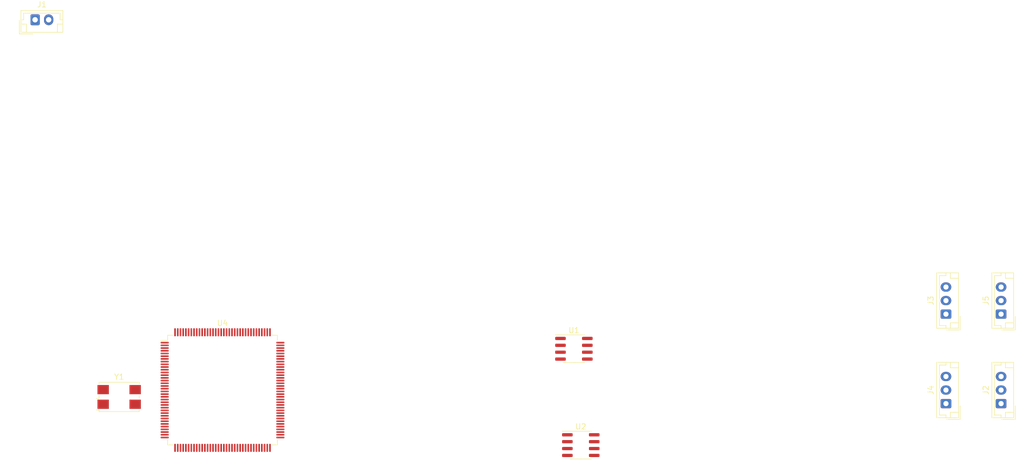
<source format=kicad_pcb>
(kicad_pcb (version 20211014) (generator pcbnew)
  (layers (0 "F.Cu" signal) (31 "B.Cu" signal) (34 "B.Paste" user) (35 "F.Paste" user) (36 "B.SilkS" user "B.Silkscreen") (37 "F.SilkS" user "F.Silkscreen") (38 "B.Mask" user) (39 "F.Mask" user) (44 "Edge.Cuts" user))
  (net 0 "")
  (net 1 "+5V")
  (net 3 "RCC_OSC_IN")
  (net 5 "Net-(R1-Pad1)")
  (net 6 "CAN_1_H")
  (net 7 "CAN_1_L")
  (net 8 "CAN1_RX")
  (net 9 "GND")
  (net 10 "CAN1_TX")
  (net 11 "Net-(R2-Pad1)")
  (net 12 "CAN_2_H")
  (net 13 "CAN_2_L")
  (net 14 "CAN2_RX")
  (net 15 "CAN2_TX")
  (net 31 "RCC_OSC_OUT")
  (net 38 "NRST")
  (footprint "Connector_JST:JST_EH_B3B-EH-A_1x03_P2.50mm_Vertical" (layer "F.Cu") (at 273.05 96.48 90)
    (fp_text reference "J5" (at 2.5 -2.8 90) (layer "F.SilkS"))
    (fp_text value "CAN_2")
    (fp_line (start 7.61 0.81) (end 6.61 0.81) (layer "F.SilkS") (width 0.12))
    (fp_line (start 7.61 -1.71) (end -2.61 -1.71) (layer "F.SilkS") (width 0.12))
    (fp_line (start 7.11 -1.21) (end 7.11 0) (layer "F.SilkS") (width 0.12))
    (fp_line (start 7.61 2.31) (end 7.61 -1.71) (layer "F.SilkS") (width 0.12))
    (fp_line (start 7.11 0) (end 7.61 0) (layer "F.SilkS") (width 0.12))
    (fp_line (start -2.11 -1.21) (end 7.11 -1.21) (layer "F.SilkS") (width 0.12))
    (fp_line (start -2.91 0.11) (end -2.91 2.61) (layer "F.SilkS") (width 0.12))
    (fp_line (start -2.61 2.31) (end 7.61 2.31) (layer "F.SilkS") (width 0.12))
    (fp_line (start -2.91 2.61) (end -0.41 2.61) (layer "F.SilkS") (width 0.12))
    (fp_line (start -2.61 0.81) (end -1.61 0.81) (layer "F.SilkS") (width 0.12))
    (fp_line (start -1.61 0.81) (end -1.61 2.31) (layer "F.SilkS") (width 0.12))
    (fp_line (start -2.61 -1.71) (end -2.61 2.31) (layer "F.SilkS") (width 0.12))
    (fp_line (start 6.61 0.81) (end 6.61 2.31) (layer "F.SilkS") (width 0.12))
    (fp_line (start -2.61 0) (end -2.11 0) (layer "F.SilkS") (width 0.12))
    (fp_line (start -2.11 0) (end -2.11 -1.21) (layer "F.SilkS") (width 0.12))
    (pad "1" thru_hole roundrect (at 0 0 90) (size 1.7 1.95) (drill 0.95) (layers *.Cu *.Mask) (roundrect_rratio 0.147059) (net 12 "CAN_2_H"))
    (pad "2" thru_hole oval (at 2.5 0 90) (size 1.7 1.95) (drill 0.95) (layers *.Cu *.Mask) (net 13 "CAN_2_L"))
    (pad "3" thru_hole oval (at 5 0 90) (size 1.7 1.95) (drill 0.95) (layers *.Cu *.Mask) (net 9 "GND"))
  )
  (footprint "Connector_JST:JST_EH_B3B-EH-A_1x03_P2.50mm_Vertical" (layer "F.Cu") (at 273.05 112.99 90)
    (fp_text reference "J2" (at 2.5 -2.8 90) (layer "F.SilkS"))
    (fp_text value "CAN_1")
    (fp_line (start 7.11 -1.21) (end 7.11 0) (layer "F.SilkS") (width 0.12))
    (fp_line (start -2.61 0) (end -2.11 0) (layer "F.SilkS") (width 0.12))
    (fp_line (start 7.61 -1.71) (end -2.61 -1.71) (layer "F.SilkS") (width 0.12))
    (fp_line (start -2.91 2.61) (end -0.41 2.61) (layer "F.SilkS") (width 0.12))
    (fp_line (start -2.61 -1.71) (end -2.61 2.31) (layer "F.SilkS") (width 0.12))
    (fp_line (start -2.61 0.81) (end -1.61 0.81) (layer "F.SilkS") (width 0.12))
    (fp_line (start -2.11 -1.21) (end 7.11 -1.21) (layer "F.SilkS") (width 0.12))
    (fp_line (start 7.61 2.31) (end 7.61 -1.71) (layer "F.SilkS") (width 0.12))
    (fp_line (start -2.91 0.11) (end -2.91 2.61) (layer "F.SilkS") (width 0.12))
    (fp_line (start 7.61 0.81) (end 6.61 0.81) (layer "F.SilkS") (width 0.12))
    (fp_line (start -2.61 2.31) (end 7.61 2.31) (layer "F.SilkS") (width 0.12))
    (fp_line (start -1.61 0.81) (end -1.61 2.31) (layer "F.SilkS") (width 0.12))
    (fp_line (start 6.61 0.81) (end 6.61 2.31) (layer "F.SilkS") (width 0.12))
    (fp_line (start 7.11 0) (end 7.61 0) (layer "F.SilkS") (width 0.12))
    (fp_line (start -2.11 0) (end -2.11 -1.21) (layer "F.SilkS") (width 0.12))
    (pad "1" thru_hole roundrect (at 0 0 90) (size 1.7 1.95) (drill 0.95) (layers *.Cu *.Mask) (roundrect_rratio 0.147059) (net 6 "CAN_1_H"))
    (pad "2" thru_hole oval (at 2.5 0 90) (size 1.7 1.95) (drill 0.95) (layers *.Cu *.Mask) (net 7 "CAN_1_L"))
    (pad "3" thru_hole oval (at 5 0 90) (size 1.7 1.95) (drill 0.95) (layers *.Cu *.Mask) (net 9 "GND"))
  )
  (footprint "Package_QFP:LQFP-144_20x20mm_P0.5mm" (layer "F.Cu") (at 129.54 110.49)
    (fp_text reference "U4" (at 0 -12.35) (layer "F.SilkS"))
    (fp_text value "STM32F446ZETx")
    (fp_line (start -10.11 10.11) (end -10.11 9.16) (layer "F.SilkS") (width 0.12))
    (fp_line (start -10.11 -10.11) (end -10.11 -9.16) (layer "F.SilkS") (width 0.12))
    (fp_line (start 10.11 -10.11) (end 10.11 -9.16) (layer "F.SilkS") (width 0.12))
    (fp_line (start 10.11 10.11) (end 10.11 9.16) (layer "F.SilkS") (width 0.12))
    (fp_line (start 9.16 -10.11) (end 10.11 -10.11) (layer "F.SilkS") (width 0.12))
    (fp_line (start -10.11 -9.16) (end -11.4 -9.16) (layer "F.SilkS") (width 0.12))
    (fp_line (start 9.16 10.11) (end 10.11 10.11) (layer "F.SilkS") (width 0.12))
    (fp_line (start -9.16 -10.11) (end -10.11 -10.11) (layer "F.SilkS") (width 0.12))
    (fp_line (start -9.16 10.11) (end -10.11 10.11) (layer "F.SilkS") (width 0.12))
    (pad "1" smd roundrect (at -10.6625 -8.75) (size 1.475 0.3) (layers "F.Cu" "F.Paste" "F.Mask"))
    (pad "2" smd roundrect (at -10.6625 -8.25) (size 1.475 0.3) (layers "F.Cu" "F.Paste" "F.Mask"))
    (pad "3" smd roundrect (at -10.6625 -7.75) (size 1.475 0.3) (layers "F.Cu" "F.Paste" "F.Mask"))
    (pad "4" smd roundrect (at -10.6625 -7.25) (size 1.475 0.3) (layers "F.Cu" "F.Paste" "F.Mask"))
    (pad "5" smd roundrect (at -10.6625 -6.75) (size 1.475 0.3) (layers "F.Cu" "F.Paste" "F.Mask"))
    (pad "6" smd roundrect (at -10.6625 -6.25) (size 1.475 0.3) (layers "F.Cu" "F.Paste" "F.Mask"))
    (pad "7" smd roundrect (at -10.6625 -5.75) (size 1.475 0.3) (layers "F.Cu" "F.Paste" "F.Mask"))
    (pad "8" smd roundrect (at -10.6625 -5.25) (size 1.475 0.3) (layers "F.Cu" "F.Paste" "F.Mask"))
    (pad "9" smd roundrect (at -10.6625 -4.75) (size 1.475 0.3) (layers "F.Cu" "F.Paste" "F.Mask"))
    (pad "10" smd roundrect (at -10.6625 -4.25) (size 1.475 0.3) (layers "F.Cu" "F.Paste" "F.Mask"))
    (pad "11" smd roundrect (at -10.6625 -3.75) (size 1.475 0.3) (layers "F.Cu" "F.Paste" "F.Mask"))
    (pad "12" smd roundrect (at -10.6625 -3.25) (size 1.475 0.3) (layers "F.Cu" "F.Paste" "F.Mask"))
    (pad "13" smd roundrect (at -10.6625 -2.75) (size 1.475 0.3) (layers "F.Cu" "F.Paste" "F.Mask"))
    (pad "14" smd roundrect (at -10.6625 -2.25) (size 1.475 0.3) (layers "F.Cu" "F.Paste" "F.Mask"))
    (pad "15" smd roundrect (at -10.6625 -1.75) (size 1.475 0.3) (layers "F.Cu" "F.Paste" "F.Mask"))
    (pad "16" smd roundrect (at -10.6625 -1.25) (size 1.475 0.3) (layers "F.Cu" "F.Paste" "F.Mask") (net 9 "GND"))
    (pad "17" smd roundrect (at -10.6625 -0.75) (size 1.475 0.3) (layers "F.Cu" "F.Paste" "F.Mask"))
    (pad "18" smd roundrect (at -10.6625 -0.25) (size 1.475 0.3) (layers "F.Cu" "F.Paste" "F.Mask"))
    (pad "19" smd roundrect (at -10.6625 0.25) (size 1.475 0.3) (layers "F.Cu" "F.Paste" "F.Mask"))
    (pad "20" smd roundrect (at -10.6625 0.75) (size 1.475 0.3) (layers "F.Cu" "F.Paste" "F.Mask"))
    (pad "21" smd roundrect (at -10.6625 1.25) (size 1.475 0.3) (layers "F.Cu" "F.Paste" "F.Mask"))
    (pad "22" smd roundrect (at -10.6625 1.75) (size 1.475 0.3) (layers "F.Cu" "F.Paste" "F.Mask"))
    (pad "23" smd roundrect (at -10.6625 2.25) (size 1.475 0.3) (layers "F.Cu" "F.Paste" "F.Mask") (net 3 "RCC_OSC_IN"))
    (pad "24" smd roundrect (at -10.6625 2.75) (size 1.475 0.3) (layers "F.Cu" "F.Paste" "F.Mask") (net 31 "RCC_OSC_OUT"))
    (pad "25" smd roundrect (at -10.6625 3.25) (size 1.475 0.3) (layers "F.Cu" "F.Paste" "F.Mask") (net 38 "NRST"))
    (pad "26" smd roundrect (at -10.6625 3.75) (size 1.475 0.3) (layers "F.Cu" "F.Paste" "F.Mask"))
    (pad "27" smd roundrect (at -10.6625 4.25) (size 1.475 0.3) (layers "F.Cu" "F.Paste" "F.Mask"))
    (pad "28" smd roundrect (at -10.6625 4.75) (size 1.475 0.3) (layers "F.Cu" "F.Paste" "F.Mask"))
    (pad "29" smd roundrect (at -10.6625 5.25) (size 1.475 0.3) (layers "F.Cu" "F.Paste" "F.Mask"))
    (pad "30" smd roundrect (at -10.6625 5.75) (size 1.475 0.3) (layers "F.Cu" "F.Paste" "F.Mask"))
    (pad "31" smd roundrect (at -10.6625 6.25) (size 1.475 0.3) (layers "F.Cu" "F.Paste" "F.Mask") (net 9 "GND"))
    (pad "32" smd roundrect (at -10.6625 6.75) (size 1.475 0.3) (layers "F.Cu" "F.Paste" "F.Mask"))
    (pad "33" smd roundrect (at -10.6625 7.25) (size 1.475 0.3) (layers "F.Cu" "F.Paste" "F.Mask"))
    (pad "34" smd roundrect (at -10.6625 7.75) (size 1.475 0.3) (layers "F.Cu" "F.Paste" "F.Mask"))
    (pad "35" smd roundrect (at -10.6625 8.25) (size 1.475 0.3) (layers "F.Cu" "F.Paste" "F.Mask"))
    (pad "36" smd roundrect (at -10.6625 8.75) (size 1.475 0.3) (layers "F.Cu" "F.Paste" "F.Mask"))
    (pad "37" smd roundrect (at -8.75 10.6625) (size 0.3 1.475) (layers "F.Cu" "F.Paste" "F.Mask"))
    (pad "38" smd roundrect (at -8.25 10.6625) (size 0.3 1.475) (layers "F.Cu" "F.Paste" "F.Mask") (net 9 "GND"))
    (pad "39" smd roundrect (at -7.75 10.6625) (size 0.3 1.475) (layers "F.Cu" "F.Paste" "F.Mask"))
    (pad "40" smd roundrect (at -7.25 10.6625) (size 0.3 1.475) (layers "F.Cu" "F.Paste" "F.Mask"))
    (pad "41" smd roundrect (at -6.75 10.6625) (size 0.3 1.475) (layers "F.Cu" "F.Paste" "F.Mask"))
    (pad "42" smd roundrect (at -6.25 10.6625) (size 0.3 1.475) (layers "F.Cu" "F.Paste" "F.Mask"))
    (pad "43" smd roundrect (at -5.75 10.6625) (size 0.3 1.475) (layers "F.Cu" "F.Paste" "F.Mask"))
    (pad "44" smd roundrect (at -5.25 10.6625) (size 0.3 1.475) (layers "F.Cu" "F.Paste" "F.Mask"))
    (pad "45" smd roundrect (at -4.75 10.6625) (size 0.3 1.475) (layers "F.Cu" "F.Paste" "F.Mask"))
    (pad "46" smd roundrect (at -4.25 10.6625) (size 0.3 1.475) (layers "F.Cu" "F.Paste" "F.Mask"))
    (pad "47" smd roundrect (at -3.75 10.6625) (size 0.3 1.475) (layers "F.Cu" "F.Paste" "F.Mask"))
    (pad "48" smd roundrect (at -3.25 10.6625) (size 0.3 1.475) (layers "F.Cu" "F.Paste" "F.Mask"))
    (pad "49" smd roundrect (at -2.75 10.6625) (size 0.3 1.475) (layers "F.Cu" "F.Paste" "F.Mask"))
    (pad "50" smd roundrect (at -2.25 10.6625) (size 0.3 1.475) (layers "F.Cu" "F.Paste" "F.Mask"))
    (pad "51" smd roundrect (at -1.75 10.6625) (size 0.3 1.475) (layers "F.Cu" "F.Paste" "F.Mask") (net 9 "GND"))
    (pad "52" smd roundrect (at -1.25 10.6625) (size 0.3 1.475) (layers "F.Cu" "F.Paste" "F.Mask"))
    (pad "53" smd roundrect (at -0.75 10.6625) (size 0.3 1.475) (layers "F.Cu" "F.Paste" "F.Mask"))
    (pad "54" smd roundrect (at -0.25 10.6625) (size 0.3 1.475) (layers "F.Cu" "F.Paste" "F.Mask"))
    (pad "55" smd roundrect (at 0.25 10.6625) (size 0.3 1.475) (layers "F.Cu" "F.Paste" "F.Mask"))
    (pad "56" smd roundrect (at 0.75 10.6625) (size 0.3 1.475) (layers "F.Cu" "F.Paste" "F.Mask"))
    (pad "57" smd roundrect (at 1.25 10.6625) (size 0.3 1.475) (layers "F.Cu" "F.Paste" "F.Mask"))
    (pad "58" smd roundrect (at 1.75 10.6625) (size 0.3 1.475) (layers "F.Cu" "F.Paste" "F.Mask"))
    (pad "59" smd roundrect (at 2.25 10.6625) (size 0.3 1.475) (layers "F.Cu" "F.Paste" "F.Mask"))
    (pad "60" smd roundrect (at 2.75 10.6625) (size 0.3 1.475) (layers "F.Cu" "F.Paste" "F.Mask"))
    (pad "61" smd roundrect (at 3.25 10.6625) (size 0.3 1.475) (layers "F.Cu" "F.Paste" "F.Mask") (net 9 "GND"))
    (pad "62" smd roundrect (at 3.75 10.6625) (size 0.3 1.475) (layers "F.Cu" "F.Paste" "F.Mask"))
    (pad "63" smd roundrect (at 4.25 10.6625) (size 0.3 1.475) (layers "F.Cu" "F.Paste" "F.Mask"))
    (pad "64" smd roundrect (at 4.75 10.6625) (size 0.3 1.475) (layers "F.Cu" "F.Paste" "F.Mask"))
    (pad "65" smd roundrect (at 5.25 10.6625) (size 0.3 1.475) (layers "F.Cu" "F.Paste" "F.Mask"))
    (pad "66" smd roundrect (at 5.75 10.6625) (size 0.3 1.475) (layers "F.Cu" "F.Paste" "F.Mask"))
    (pad "67" smd roundrect (at 6.25 10.6625) (size 0.3 1.475) (layers "F.Cu" "F.Paste" "F.Mask"))
    (pad "68" smd roundrect (at 6.75 10.6625) (size 0.3 1.475) (layers "F.Cu" "F.Paste" "F.Mask"))
    (pad "69" smd roundrect (at 7.25 10.6625) (size 0.3 1.475) (layers "F.Cu" "F.Paste" "F.Mask"))
    (pad "70" smd roundrect (at 7.75 10.6625) (size 0.3 1.475) (layers "F.Cu" "F.Paste" "F.Mask"))
    (pad "71" smd roundrect (at 8.25 10.6625) (size 0.3 1.475) (layers "F.Cu" "F.Paste" "F.Mask"))
    (pad "72" smd roundrect (at 8.75 10.6625) (size 0.3 1.475) (layers "F.Cu" "F.Paste" "F.Mask"))
    (pad "73" smd roundrect (at 10.6625 8.75) (size 1.475 0.3) (layers "F.Cu" "F.Paste" "F.Mask") (net 14 "CAN2_RX"))
    (pad "74" smd roundrect (at 10.6625 8.25) (size 1.475 0.3) (layers "F.Cu" "F.Paste" "F.Mask") (net 15 "CAN2_TX"))
    (pad "75" smd roundrect (at 10.6625 7.75) (size 1.475 0.3) (layers "F.Cu" "F.Paste" "F.Mask"))
    (pad "76" smd roundrect (at 10.6625 7.25) (size 1.475 0.3) (layers "F.Cu" "F.Paste" "F.Mask"))
    (pad "77" smd roundrect (at 10.6625 6.75) (size 1.475 0.3) (layers "F.Cu" "F.Paste" "F.Mask"))
    (pad "78" smd roundrect (at 10.6625 6.25) (size 1.475 0.3) (layers "F.Cu" "F.Paste" "F.Mask"))
    (pad "79" smd roundrect (at 10.6625 5.75) (size 1.475 0.3) (layers "F.Cu" "F.Paste" "F.Mask"))
    (pad "80" smd roundrect (at 10.6625 5.25) (size 1.475 0.3) (layers "F.Cu" "F.Paste" "F.Mask"))
    (pad "81" smd roundrect (at 10.6625 4.75) (size 1.475 0.3) (layers "F.Cu" "F.Paste" "F.Mask"))
    (pad "82" smd roundrect (at 10.6625 4.25) (size 1.475 0.3) (layers "F.Cu" "F.Paste" "F.Mask"))
    (pad "83" smd roundrect (at 10.6625 3.75) (size 1.475 0.3) (layers "F.Cu" "F.Paste" "F.Mask") (net 9 "GND"))
    (pad "84" smd roundrect (at 10.6625 3.25) (size 1.475 0.3) (layers "F.Cu" "F.Paste" "F.Mask"))
    (pad "85" smd roundrect (at 10.6625 2.75) (size 1.475 0.3) (layers "F.Cu" "F.Paste" "F.Mask"))
    (pad "86" smd roundrect (at 10.6625 2.25) (size 1.475 0.3) (layers "F.Cu" "F.Paste" "F.Mask"))
    (pad "87" smd roundrect (at 10.6625 1.75) (size 1.475 0.3) (layers "F.Cu" "F.Paste" "F.Mask"))
    (pad "88" smd roundrect (at 10.6625 1.25) (size 1.475 0.3) (layers "F.Cu" "F.Paste" "F.Mask"))
    (pad "89" smd roundrect (at 10.6625 0.75) (size 1.475 0.3) (layers "F.Cu" "F.Paste" "F.Mask"))
    (pad "90" smd roundrect (at 10.6625 0.25) (size 1.475 0.3) (layers "F.Cu" "F.Paste" "F.Mask"))
    (pad "91" smd roundrect (at 10.6625 -0.25) (size 1.475 0.3) (layers "F.Cu" "F.Paste" "F.Mask"))
    (pad "92" smd roundrect (at 10.6625 -0.75) (size 1.475 0.3) (layers "F.Cu" "F.Paste" "F.Mask"))
    (pad "93" smd roundrect (at 10.6625 -1.25) (size 1.475 0.3) (layers "F.Cu" "F.Paste" "F.Mask"))
    (pad "94" smd roundrect (at 10.6625 -1.75) (size 1.475 0.3) (layers "F.Cu" "F.Paste" "F.Mask") (net 9 "GND"))
    (pad "95" smd roundrect (at 10.6625 -2.25) (size 1.475 0.3) (layers "F.Cu" "F.Paste" "F.Mask"))
    (pad "96" smd roundrect (at 10.6625 -2.75) (size 1.475 0.3) (layers "F.Cu" "F.Paste" "F.Mask"))
    (pad "97" smd roundrect (at 10.6625 -3.25) (size 1.475 0.3) (layers "F.Cu" "F.Paste" "F.Mask"))
    (pad "98" smd roundrect (at 10.6625 -3.75) (size 1.475 0.3) (layers "F.Cu" "F.Paste" "F.Mask"))
    (pad "99" smd roundrect (at 10.6625 -4.25) (size 1.475 0.3) (layers "F.Cu" "F.Paste" "F.Mask"))
    (pad "100" smd roundrect (at 10.6625 -4.75) (size 1.475 0.3) (layers "F.Cu" "F.Paste" "F.Mask"))
    (pad "101" smd roundrect (at 10.6625 -5.25) (size 1.475 0.3) (layers "F.Cu" "F.Paste" "F.Mask"))
    (pad "102" smd roundrect (at 10.6625 -5.75) (size 1.475 0.3) (layers "F.Cu" "F.Paste" "F.Mask"))
    (pad "103" smd roundrect (at 10.6625 -6.25) (size 1.475 0.3) (layers "F.Cu" "F.Paste" "F.Mask") (net 8 "CAN1_RX"))
    (pad "104" smd roundrect (at 10.6625 -6.75) (size 1.475 0.3) (layers "F.Cu" "F.Paste" "F.Mask") (net 10 "CAN1_TX"))
    (pad "105" smd roundrect (at 10.6625 -7.25) (size 1.475 0.3) (layers "F.Cu" "F.Paste" "F.Mask"))
    (pad "106" smd roundrect (at 10.6625 -7.75) (size 1.475 0.3) (layers "F.Cu" "F.Paste" "F.Mask"))
    (pad "107" smd roundrect (at 10.6625 -8.25) (size 1.475 0.3) (layers "F.Cu" "F.Paste" "F.Mask") (net 9 "GND"))
    (pad "108" smd roundrect (at 10.6625 -8.75) (size 1.475 0.3) (layers "F.Cu" "F.Paste" "F.Mask"))
    (pad "109" smd roundrect (at 8.75 -10.6625) (size 0.3 1.475) (layers "F.Cu" "F.Paste" "F.Mask"))
    (pad "110" smd roundrect (at 8.25 -10.6625) (size 0.3 1.475) (layers "F.Cu" "F.Paste" "F.Mask"))
    (pad "111" smd roundrect (at 7.75 -10.6625) (size 0.3 1.475) (layers "F.Cu" "F.Paste" "F.Mask"))
    (pad "112" smd roundrect (at 7.25 -10.6625) (size 0.3 1.475) (layers "F.Cu" "F.Paste" "F.Mask"))
    (pad "113" smd roundrect (at 6.75 -10.6625) (size 0.3 1.475) (layers "F.Cu" "F.Paste" "F.Mask"))
    (pad "114" smd roundrect (at 6.25 -10.6625) (size 0.3 1.475) (layers "F.Cu" "F.Paste" "F.Mask"))
    (pad "115" smd roundrect (at 5.75 -10.6625) (size 0.3 1.475) (layers "F.Cu" "F.Paste" "F.Mask"))
    (pad "116" smd roundrect (at 5.25 -10.6625) (size 0.3 1.475) (layers "F.Cu" "F.Paste" "F.Mask"))
    (pad "117" smd roundrect (at 4.75 -10.6625) (size 0.3 1.475) (layers "F.Cu" "F.Paste" "F.Mask"))
    (pad "118" smd roundrect (at 4.25 -10.6625) (size 0.3 1.475) (layers "F.Cu" "F.Paste" "F.Mask"))
    (pad "119" smd roundrect (at 3.75 -10.6625) (size 0.3 1.475) (layers "F.Cu" "F.Paste" "F.Mask"))
    (pad "120" smd roundrect (at 3.25 -10.6625) (size 0.3 1.475) (layers "F.Cu" "F.Paste" "F.Mask") (net 9 "GND"))
    (pad "121" smd roundrect (at 2.75 -10.6625) (size 0.3 1.475) (layers "F.Cu" "F.Paste" "F.Mask"))
    (pad "122" smd roundrect (at 2.25 -10.6625) (size 0.3 1.475) (layers "F.Cu" "F.Paste" "F.Mask"))
    (pad "123" smd roundrect (at 1.75 -10.6625) (size 0.3 1.475) (layers "F.Cu" "F.Paste" "F.Mask"))
    (pad "124" smd roundrect (at 1.25 -10.6625) (size 0.3 1.475) (layers "F.Cu" "F.Paste" "F.Mask"))
    (pad "125" smd roundrect (at 0.75 -10.6625) (size 0.3 1.475) (layers "F.Cu" "F.Paste" "F.Mask"))
    (pad "126" smd roundrect (at 0.25 -10.6625) (size 0.3 1.475) (layers "F.Cu" "F.Paste" "F.Mask"))
    (pad "127" smd roundrect (at -0.25 -10.6625) (size 0.3 1.475) (layers "F.Cu" "F.Paste" "F.Mask"))
    (pad "128" smd roundrect (at -0.75 -10.6625) (size 0.3 1.475) (layers "F.Cu" "F.Paste" "F.Mask"))
    (pad "129" smd roundrect (at -1.25 -10.6625) (size 0.3 1.475) (layers "F.Cu" "F.Paste" "F.Mask"))
    (pad "130" smd roundrect (at -1.75 -10.6625) (size 0.3 1.475) (layers "F.Cu" "F.Paste" "F.Mask") (net 9 "GND"))
    (pad "131" smd roundrect (at -2.25 -10.6625) (size 0.3 1.475) (layers "F.Cu" "F.Paste" "F.Mask"))
    (pad "132" smd roundrect (at -2.75 -10.6625) (size 0.3 1.475) (layers "F.Cu" "F.Paste" "F.Mask"))
    (pad "133" smd roundrect (at -3.25 -10.6625) (size 0.3 1.475) (layers "F.Cu" "F.Paste" "F.Mask"))
    (pad "134" smd roundrect (at -3.75 -10.6625) (size 0.3 1.475) (layers "F.Cu" "F.Paste" "F.Mask"))
    (pad "135" smd roundrect (at -4.25 -10.6625) (size 0.3 1.475) (layers "F.Cu" "F.Paste" "F.Mask"))
    (pad "136" smd roundrect (at -4.75 -10.6625) (size 0.3 1.475) (layers "F.Cu" "F.Paste" "F.Mask"))
    (pad "137" smd roundrect (at -5.25 -10.6625) (size 0.3 1.475) (layers "F.Cu" "F.Paste" "F.Mask"))
    (pad "138" smd roundrect (at -5.75 -10.6625) (size 0.3 1.475) (layers "F.Cu" "F.Paste" "F.Mask"))
    (pad "139" smd roundrect (at -6.25 -10.6625) (size 0.3 1.475) (layers "F.Cu" "F.Paste" "F.Mask"))
    (pad "140" smd roundrect (at -6.75 -10.6625) (size 0.3 1.475) (layers "F.Cu" "F.Paste" "F.Mask"))
    (pad "141" smd roundrect (at -7.25 -10.6625) (size 0.3 1.475) (layers "F.Cu" "F.Paste" "F.Mask"))
    (pad "142" smd roundrect (at -7.75 -10.6625) (size 0.3 1.475) (layers "F.Cu" "F.Paste" "F.Mask"))
    (pad "143" smd roundrect (at -8.25 -10.6625) (size 0.3 1.475) (layers "F.Cu" "F.Paste" "F.Mask"))
    (pad "144" smd roundrect (at -8.75 -10.6625) (size 0.3 1.475) (layers "F.Cu" "F.Paste" "F.Mask"))
  )
  (footprint "Connector_JST:JST_EH_B2B-EH-A_1x02_P2.50mm_Vertical" (layer "F.Cu") (at 94.996 42.164)
    (fp_text reference "J1" (at 1.25 -2.8) (layer "F.SilkS"))
    (fp_text value "Conn_01x02_Female")
    (fp_line (start 5.11 0.81) (end 4.11 0.81) (layer "F.SilkS") (width 0.12))
    (fp_line (start -2.61 0.81) (end -1.61 0.81) (layer "F.SilkS") (width 0.12))
    (fp_line (start -2.91 0.11) (end -2.91 2.61) (layer "F.SilkS") (width 0.12))
    (fp_line (start -2.11 0) (end -2.11 -1.21) (layer "F.SilkS") (width 0.12))
    (fp_line (start 5.11 2.31) (end 5.11 -1.71) (layer "F.SilkS") (width 0.12))
    (fp_line (start 5.11 -1.71) (end -2.61 -1.71) (layer "F.SilkS") (width 0.12))
    (fp_line (start -2.91 2.61) (end -0.41 2.61) (layer "F.SilkS") (width 0.12))
    (fp_line (start -2.11 -1.21) (end 4.61 -1.21) (layer "F.SilkS") (width 0.12))
    (fp_line (start -1.61 0.81) (end -1.61 2.31) (layer "F.SilkS") (width 0.12))
    (fp_line (start -2.61 2.31) (end 5.11 2.31) (layer "F.SilkS") (width 0.12))
    (fp_line (start -2.61 0) (end -2.11 0) (layer "F.SilkS") (width 0.12))
    (fp_line (start 4.61 0) (end 5.11 0) (layer "F.SilkS") (width 0.12))
    (fp_line (start 4.61 -1.21) (end 4.61 0) (layer "F.SilkS") (width 0.12))
    (fp_line (start -2.61 -1.71) (end -2.61 2.31) (layer "F.SilkS") (width 0.12))
    (fp_line (start 4.11 0.81) (end 4.11 2.31) (layer "F.SilkS") (width 0.12))
    (pad "1" thru_hole roundrect (at 0 0) (size 1.7 2) (drill 1) (layers *.Cu *.Mask) (roundrect_rratio 0.147059) (net 9 "GND"))
    (pad "2" thru_hole oval (at 2.5 0) (size 1.7 2) (drill 1) (layers *.Cu *.Mask) (net 1 "+5V"))
  )
  (footprint "Crystal:Crystal_SMD_7050-4Pin_7.0x5.0mm" (layer "F.Cu") (at 110.49 111.76)
    (fp_text reference "Y1" (at 0 -3.7) (layer "F.SilkS"))
    (fp_text value "Crystal_GND2")
    (fp_line (start -3.7 -2.7) (end 3.7 -2.7) (layer "F.SilkS") (width 0.12))
    (fp_line (start 3.7 -0.3) (end 3.7 0.3) (layer "F.SilkS") (width 0.12))
    (fp_line (start 3.7 2.7) (end 3.7 2.4) (layer "F.SilkS") (width 0.12))
    (fp_line (start 3.7 -2.7) (end 3.7 -2.4) (layer "F.SilkS") (width 0.12))
    (fp_line (start -4.2 0.3) (end -3.7 0.3) (layer "F.SilkS") (width 0.12))
    (fp_line (start -4.2 2.4) (end -3.7 2.4) (layer "F.SilkS") (width 0.12))
    (fp_line (start -3.7 0.3) (end -3.7 -0.3) (layer "F.SilkS") (width 0.12))
    (fp_line (start -3.7 -2.4) (end -3.7 -2.7) (layer "F.SilkS") (width 0.12))
    (fp_line (start -3.7 2.7) (end 3.7 2.7) (layer "F.SilkS") (width 0.12))
    (fp_line (start -3.7 2.4) (end -3.7 2.7) (layer "F.SilkS") (width 0.12))
    (pad "1" smd rect (at -2.95 1.35) (size 2.1 1.7) (layers "F.Cu" "F.Paste" "F.Mask") (net 31 "RCC_OSC_OUT"))
    (pad "2" smd rect (at 2.95 1.35) (size 2.1 1.7) (layers "F.Cu" "F.Paste" "F.Mask") (net 9 "GND"))
    (pad "3" smd rect (at 2.95 -1.35) (size 2.1 1.7) (layers "F.Cu" "F.Paste" "F.Mask") (net 3 "RCC_OSC_IN"))
    (pad "4" smd rect (at -2.95 -1.35) (size 2.1 1.7) (layers "F.Cu" "F.Paste" "F.Mask") (net 9 "GND"))
  )
  (footprint "Connector_JST:JST_EH_B3B-EH-A_1x03_P2.50mm_Vertical" (layer "F.Cu") (at 262.89 112.99 90)
    (fp_text reference "J4" (at 2.5 -2.8 90) (layer "F.SilkS"))
    (fp_text value "CAN_1")
    (fp_line (start -2.11 0) (end -2.11 -1.21) (layer "F.SilkS") (width 0.12))
    (fp_line (start 7.11 -1.21) (end 7.11 0) (layer "F.SilkS") (width 0.12))
    (fp_line (start -2.11 -1.21) (end 7.11 -1.21) (layer "F.SilkS") (width 0.12))
    (fp_line (start -2.61 2.31) (end 7.61 2.31) (layer "F.SilkS") (width 0.12))
    (fp_line (start -2.61 0) (end -2.11 0) (layer "F.SilkS") (width 0.12))
    (fp_line (start 7.61 -1.71) (end -2.61 -1.71) (layer "F.SilkS") (width 0.12))
    (fp_line (start -2.91 0.11) (end -2.91 2.61) (layer "F.SilkS") (width 0.12))
    (fp_line (start 7.61 0.81) (end 6.61 0.81) (layer "F.SilkS") (width 0.12))
    (fp_line (start -1.61 0.81) (end -1.61 2.31) (layer "F.SilkS") (width 0.12))
    (fp_line (start 6.61 0.81) (end 6.61 2.31) (layer "F.SilkS") (width 0.12))
    (fp_line (start -2.91 2.61) (end -0.41 2.61) (layer "F.SilkS") (width 0.12))
    (fp_line (start -2.61 0.81) (end -1.61 0.81) (layer "F.SilkS") (width 0.12))
    (fp_line (start 7.61 2.31) (end 7.61 -1.71) (layer "F.SilkS") (width 0.12))
    (fp_line (start 7.11 0) (end 7.61 0) (layer "F.SilkS") (width 0.12))
    (fp_line (start -2.61 -1.71) (end -2.61 2.31) (layer "F.SilkS") (width 0.12))
    (pad "1" thru_hole roundrect (at 0 0 90) (size 1.7 1.95) (drill 0.95) (layers *.Cu *.Mask) (roundrect_rratio 0.147059) (net 6 "CAN_1_H"))
    (pad "2" thru_hole oval (at 2.5 0 90) (size 1.7 1.95) (drill 0.95) (layers *.Cu *.Mask) (net 7 "CAN_1_L"))
    (pad "3" thru_hole oval (at 5 0 90) (size 1.7 1.95) (drill 0.95) (layers *.Cu *.Mask) (net 9 "GND"))
  )
  (footprint "Package_SO:SOIC-8_3.9x4.9mm_P1.27mm" (layer "F.Cu") (at 194.31 102.87)
    (fp_text reference "U1" (at 0 -3.4) (layer "F.SilkS"))
    (fp_text value "MCP2551-I-SN")
    (fp_line (start 0 -2.56) (end -3.45 -2.56) (layer "F.SilkS") (width 0.12))
    (fp_line (start 0 -2.56) (end 1.95 -2.56) (layer "F.SilkS") (width 0.12))
    (fp_line (start 0 2.56) (end 1.95 2.56) (layer "F.SilkS") (width 0.12))
    (fp_line (start 0 2.56) (end -1.95 2.56) (layer "F.SilkS") (width 0.12))
    (pad "1" smd roundrect (at -2.475 -1.905) (size 1.95 0.6) (layers "F.Cu" "F.Paste" "F.Mask") (net 10 "CAN1_TX"))
    (pad "2" smd roundrect (at -2.475 -0.635) (size 1.95 0.6) (layers "F.Cu" "F.Paste" "F.Mask") (net 9 "GND"))
    (pad "3" smd roundrect (at -2.475 0.635) (size 1.95 0.6) (layers "F.Cu" "F.Paste" "F.Mask") (net 1 "+5V"))
    (pad "4" smd roundrect (at -2.475 1.905) (size 1.95 0.6) (layers "F.Cu" "F.Paste" "F.Mask") (net 8 "CAN1_RX"))
    (pad "5" smd roundrect (at 2.475 1.905) (size 1.95 0.6) (layers "F.Cu" "F.Paste" "F.Mask"))
    (pad "6" smd roundrect (at 2.475 0.635) (size 1.95 0.6) (layers "F.Cu" "F.Paste" "F.Mask") (net 7 "CAN_1_L"))
    (pad "7" smd roundrect (at 2.475 -0.635) (size 1.95 0.6) (layers "F.Cu" "F.Paste" "F.Mask") (net 6 "CAN_1_H"))
    (pad "8" smd roundrect (at 2.475 -1.905) (size 1.95 0.6) (layers "F.Cu" "F.Paste" "F.Mask") (net 5 "Net-(R1-Pad1)"))
  )
  (footprint "Connector_JST:JST_EH_B3B-EH-A_1x03_P2.50mm_Vertical" (layer "F.Cu") (at 262.89 96.48 90)
    (fp_text reference "J3" (at 2.5 -2.8 90) (layer "F.SilkS"))
    (fp_text value "CAN_2")
    (fp_line (start 7.11 0) (end 7.61 0) (layer "F.SilkS") (width 0.12))
    (fp_line (start 6.61 0.81) (end 6.61 2.31) (layer "F.SilkS") (width 0.12))
    (fp_line (start -2.61 2.31) (end 7.61 2.31) (layer "F.SilkS") (width 0.12))
    (fp_line (start -1.61 0.81) (end -1.61 2.31) (layer "F.SilkS") (width 0.12))
    (fp_line (start 7.61 2.31) (end 7.61 -1.71) (layer "F.SilkS") (width 0.12))
    (fp_line (start -2.91 2.61) (end -0.41 2.61) (layer "F.SilkS") (width 0.12))
    (fp_line (start 7.61 -1.71) (end -2.61 -1.71) (layer "F.SilkS") (width 0.12))
    (fp_line (start -2.11 0) (end -2.11 -1.21) (layer "F.SilkS") (width 0.12))
    (fp_line (start -2.61 0.81) (end -1.61 0.81) (layer "F.SilkS") (width 0.12))
    (fp_line (start -2.91 0.11) (end -2.91 2.61) (layer "F.SilkS") (width 0.12))
    (fp_line (start -2.61 0) (end -2.11 0) (layer "F.SilkS") (width 0.12))
    (fp_line (start -2.61 -1.71) (end -2.61 2.31) (layer "F.SilkS") (width 0.12))
    (fp_line (start -2.11 -1.21) (end 7.11 -1.21) (layer "F.SilkS") (width 0.12))
    (fp_line (start 7.61 0.81) (end 6.61 0.81) (layer "F.SilkS") (width 0.12))
    (fp_line (start 7.11 -1.21) (end 7.11 0) (layer "F.SilkS") (width 0.12))
    (pad "1" thru_hole roundrect (at 0 0 90) (size 1.7 1.95) (drill 0.95) (layers *.Cu *.Mask) (roundrect_rratio 0.147059) (net 12 "CAN_2_H"))
    (pad "2" thru_hole oval (at 2.5 0 90) (size 1.7 1.95) (drill 0.95) (layers *.Cu *.Mask) (net 13 "CAN_2_L"))
    (pad "3" thru_hole oval (at 5 0 90) (size 1.7 1.95) (drill 0.95) (layers *.Cu *.Mask) (net 9 "GND"))
  )
  (footprint "Package_SO:SOIC-8_3.9x4.9mm_P1.27mm" (layer "F.Cu") (at 195.58 120.65)
    (fp_text reference "U2" (at 0 -3.4) (layer "F.SilkS"))
    (fp_text value "MCP2551-I-SN")
    (fp_line (start 0 2.56) (end -1.95 2.56) (layer "F.SilkS") (width 0.12))
    (fp_line (start 0 -2.56) (end -3.45 -2.56) (layer "F.SilkS") (width 0.12))
    (fp_line (start 0 -2.56) (end 1.95 -2.56) (layer "F.SilkS") (width 0.12))
    (fp_line (start 0 2.56) (end 1.95 2.56) (layer "F.SilkS") (width 0.12))
    (pad "1" smd roundrect (at -2.475 -1.905) (size 1.95 0.6) (layers "F.Cu" "F.Paste" "F.Mask") (net 15 "CAN2_TX"))
    (pad "2" smd roundrect (at -2.475 -0.635) (size 1.95 0.6) (layers "F.Cu" "F.Paste" "F.Mask") (net 9 "GND"))
    (pad "3" smd roundrect (at -2.475 0.635) (size 1.95 0.6) (layers "F.Cu" "F.Paste" "F.Mask") (net 1 "+5V"))
    (pad "4" smd roundrect (at -2.475 1.905) (size 1.95 0.6) (layers "F.Cu" "F.Paste" "F.Mask") (net 14 "CAN2_RX"))
    (pad "5" smd roundrect (at 2.475 1.905) (size 1.95 0.6) (layers "F.Cu" "F.Paste" "F.Mask"))
    (pad "6" smd roundrect (at 2.475 0.635) (size 1.95 0.6) (layers "F.Cu" "F.Paste" "F.Mask") (net 13 "CAN_2_L"))
    (pad "7" smd roundrect (at 2.475 -0.635) (size 1.95 0.6) (layers "F.Cu" "F.Paste" "F.Mask") (net 12 "CAN_2_H"))
    (pad "8" smd roundrect (at 2.475 -1.905) (size 1.95 0.6) (layers "F.Cu" "F.Paste" "F.Mask") (net 11 "Net-(R2-Pad1)"))
  )
)
</source>
